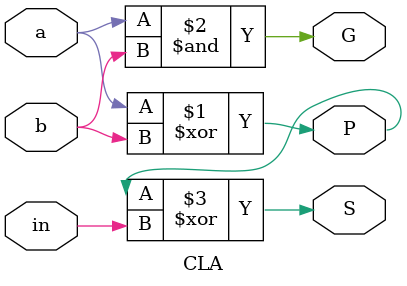
<source format=v>
`timescale 1ns / 1ps
module CLA(
    input a,
    input b,
    input in,
    output S,
    output G,
    output P
    );
	 
	xor G1(P,a,b);//Propagate
	and G2(G,a,b);//Generate
	xor G0(S,P,in);//Sum Bit
	

endmodule

</source>
